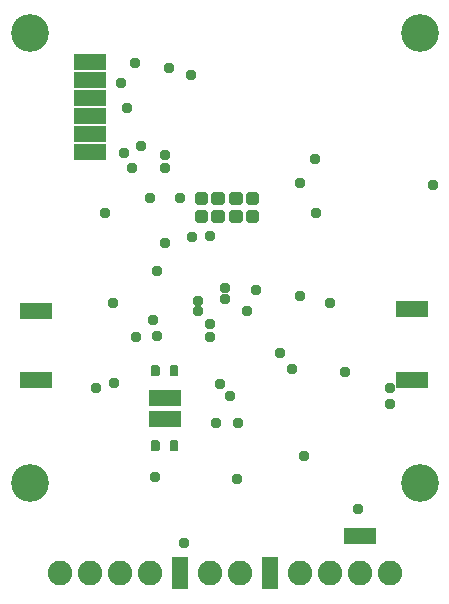
<source format=gbr>
G04 EAGLE Gerber RS-274X export*
G75*
%MOMM*%
%FSLAX34Y34*%
%LPD*%
%INSoldermask Bottom*%
%IPPOS*%
%AMOC8*
5,1,8,0,0,1.08239X$1,22.5*%
G01*
%ADD10C,3.203200*%
%ADD11R,2.743200X1.473200*%
%ADD12R,1.473200X2.743200*%
%ADD13C,0.662687*%
%ADD14C,2.082800*%
%ADD15C,0.959600*%

G36*
X187152Y338203D02*
X187152Y338203D01*
X187154Y338201D01*
X187514Y338229D01*
X187518Y338233D01*
X187522Y338230D01*
X187873Y338315D01*
X187876Y338320D01*
X187880Y338318D01*
X188213Y338456D01*
X188216Y338461D01*
X188220Y338459D01*
X188528Y338647D01*
X188530Y338653D01*
X188534Y338652D01*
X188808Y338887D01*
X188809Y338892D01*
X188813Y338892D01*
X189048Y339166D01*
X189049Y339172D01*
X189053Y339172D01*
X189241Y339480D01*
X189240Y339486D01*
X189245Y339487D01*
X189383Y339820D01*
X189381Y339826D01*
X189385Y339827D01*
X189470Y340178D01*
X189467Y340186D01*
X189471Y340190D01*
X189499Y345250D01*
X189497Y345252D01*
X189499Y345254D01*
X189471Y345614D01*
X189467Y345618D01*
X189470Y345622D01*
X189385Y345973D01*
X189380Y345976D01*
X189383Y345980D01*
X189245Y346313D01*
X189240Y346316D01*
X189241Y346320D01*
X189053Y346628D01*
X189047Y346630D01*
X189048Y346634D01*
X188813Y346908D01*
X188808Y346909D01*
X188808Y346913D01*
X188534Y347148D01*
X188528Y347149D01*
X188528Y347153D01*
X188220Y347341D01*
X188214Y347340D01*
X188213Y347345D01*
X187880Y347483D01*
X187874Y347481D01*
X187873Y347485D01*
X187522Y347570D01*
X187516Y347568D01*
X187514Y347571D01*
X187154Y347599D01*
X187151Y347598D01*
X187150Y347599D01*
X182550Y347599D01*
X182548Y347597D01*
X182546Y347599D01*
X182186Y347571D01*
X182182Y347567D01*
X182178Y347570D01*
X181827Y347485D01*
X181824Y347480D01*
X181820Y347483D01*
X181487Y347345D01*
X181484Y347340D01*
X181480Y347341D01*
X181172Y347153D01*
X181170Y347147D01*
X181166Y347148D01*
X180892Y346913D01*
X180891Y346908D01*
X180887Y346908D01*
X180652Y346634D01*
X180651Y346628D01*
X180647Y346628D01*
X180459Y346320D01*
X180460Y346314D01*
X180456Y346313D01*
X180318Y345980D01*
X180319Y345974D01*
X180315Y345973D01*
X180230Y345622D01*
X180234Y345614D01*
X180229Y345610D01*
X180201Y340550D01*
X180203Y340548D01*
X180201Y340546D01*
X180229Y340186D01*
X180233Y340182D01*
X180230Y340178D01*
X180315Y339827D01*
X180320Y339824D01*
X180318Y339820D01*
X180456Y339487D01*
X180461Y339484D01*
X180459Y339480D01*
X180647Y339172D01*
X180653Y339170D01*
X180652Y339166D01*
X180887Y338892D01*
X180892Y338891D01*
X180892Y338887D01*
X181166Y338652D01*
X181172Y338651D01*
X181172Y338647D01*
X181480Y338459D01*
X181486Y338460D01*
X181487Y338456D01*
X181820Y338318D01*
X181826Y338319D01*
X181827Y338315D01*
X182178Y338230D01*
X182184Y338233D01*
X182186Y338229D01*
X182546Y338201D01*
X182549Y338203D01*
X182550Y338201D01*
X187150Y338201D01*
X187152Y338203D01*
G37*
G36*
X216362Y338203D02*
X216362Y338203D01*
X216364Y338201D01*
X216724Y338229D01*
X216728Y338233D01*
X216732Y338230D01*
X217083Y338315D01*
X217086Y338320D01*
X217090Y338318D01*
X217423Y338456D01*
X217426Y338461D01*
X217430Y338459D01*
X217738Y338647D01*
X217740Y338653D01*
X217744Y338652D01*
X218018Y338887D01*
X218019Y338892D01*
X218023Y338892D01*
X218258Y339166D01*
X218259Y339172D01*
X218263Y339172D01*
X218451Y339480D01*
X218450Y339486D01*
X218455Y339487D01*
X218593Y339820D01*
X218591Y339826D01*
X218595Y339827D01*
X218680Y340178D01*
X218677Y340186D01*
X218681Y340190D01*
X218709Y345250D01*
X218707Y345252D01*
X218709Y345254D01*
X218681Y345614D01*
X218677Y345618D01*
X218680Y345622D01*
X218595Y345973D01*
X218590Y345976D01*
X218593Y345980D01*
X218455Y346313D01*
X218450Y346316D01*
X218451Y346320D01*
X218263Y346628D01*
X218257Y346630D01*
X218258Y346634D01*
X218023Y346908D01*
X218018Y346909D01*
X218018Y346913D01*
X217744Y347148D01*
X217738Y347149D01*
X217738Y347153D01*
X217430Y347341D01*
X217424Y347340D01*
X217423Y347345D01*
X217090Y347483D01*
X217084Y347481D01*
X217083Y347485D01*
X216732Y347570D01*
X216726Y347568D01*
X216724Y347571D01*
X216364Y347599D01*
X216361Y347598D01*
X216360Y347599D01*
X211760Y347599D01*
X211758Y347597D01*
X211756Y347599D01*
X211396Y347571D01*
X211392Y347567D01*
X211388Y347570D01*
X211037Y347485D01*
X211034Y347480D01*
X211030Y347483D01*
X210697Y347345D01*
X210694Y347340D01*
X210690Y347341D01*
X210382Y347153D01*
X210380Y347147D01*
X210376Y347148D01*
X210102Y346913D01*
X210101Y346908D01*
X210097Y346908D01*
X209862Y346634D01*
X209861Y346628D01*
X209857Y346628D01*
X209669Y346320D01*
X209670Y346314D01*
X209666Y346313D01*
X209528Y345980D01*
X209529Y345974D01*
X209525Y345973D01*
X209440Y345622D01*
X209444Y345614D01*
X209439Y345610D01*
X209411Y340550D01*
X209413Y340548D01*
X209411Y340546D01*
X209439Y340186D01*
X209443Y340182D01*
X209440Y340178D01*
X209525Y339827D01*
X209530Y339824D01*
X209528Y339820D01*
X209666Y339487D01*
X209671Y339484D01*
X209669Y339480D01*
X209857Y339172D01*
X209863Y339170D01*
X209862Y339166D01*
X210097Y338892D01*
X210102Y338891D01*
X210102Y338887D01*
X210376Y338652D01*
X210382Y338651D01*
X210382Y338647D01*
X210690Y338459D01*
X210696Y338460D01*
X210697Y338456D01*
X211030Y338318D01*
X211036Y338319D01*
X211037Y338315D01*
X211388Y338230D01*
X211394Y338233D01*
X211396Y338229D01*
X211756Y338201D01*
X211759Y338203D01*
X211760Y338201D01*
X216360Y338201D01*
X216362Y338203D01*
G37*
G36*
X202262Y338203D02*
X202262Y338203D01*
X202264Y338201D01*
X202624Y338229D01*
X202628Y338233D01*
X202632Y338230D01*
X202983Y338315D01*
X202986Y338320D01*
X202990Y338318D01*
X203323Y338456D01*
X203326Y338461D01*
X203330Y338459D01*
X203638Y338647D01*
X203640Y338653D01*
X203644Y338652D01*
X203918Y338887D01*
X203919Y338892D01*
X203923Y338892D01*
X204158Y339166D01*
X204159Y339172D01*
X204163Y339172D01*
X204351Y339480D01*
X204350Y339486D01*
X204355Y339487D01*
X204493Y339820D01*
X204491Y339826D01*
X204495Y339827D01*
X204580Y340178D01*
X204577Y340186D01*
X204581Y340190D01*
X204609Y345250D01*
X204607Y345252D01*
X204609Y345254D01*
X204581Y345614D01*
X204577Y345618D01*
X204580Y345622D01*
X204495Y345973D01*
X204490Y345976D01*
X204493Y345980D01*
X204355Y346313D01*
X204350Y346316D01*
X204351Y346320D01*
X204163Y346628D01*
X204157Y346630D01*
X204158Y346634D01*
X203923Y346908D01*
X203918Y346909D01*
X203918Y346913D01*
X203644Y347148D01*
X203638Y347149D01*
X203638Y347153D01*
X203330Y347341D01*
X203324Y347340D01*
X203323Y347345D01*
X202990Y347483D01*
X202984Y347481D01*
X202983Y347485D01*
X202632Y347570D01*
X202626Y347568D01*
X202624Y347571D01*
X202264Y347599D01*
X202261Y347598D01*
X202260Y347599D01*
X197660Y347599D01*
X197658Y347597D01*
X197656Y347599D01*
X197296Y347571D01*
X197292Y347567D01*
X197288Y347570D01*
X196937Y347485D01*
X196934Y347480D01*
X196930Y347483D01*
X196597Y347345D01*
X196594Y347340D01*
X196590Y347341D01*
X196282Y347153D01*
X196280Y347147D01*
X196276Y347148D01*
X196002Y346913D01*
X196001Y346908D01*
X195997Y346908D01*
X195762Y346634D01*
X195761Y346628D01*
X195757Y346628D01*
X195569Y346320D01*
X195570Y346314D01*
X195566Y346313D01*
X195428Y345980D01*
X195429Y345974D01*
X195425Y345973D01*
X195340Y345622D01*
X195344Y345614D01*
X195339Y345610D01*
X195311Y340550D01*
X195313Y340548D01*
X195311Y340546D01*
X195339Y340186D01*
X195343Y340182D01*
X195340Y340178D01*
X195425Y339827D01*
X195430Y339824D01*
X195428Y339820D01*
X195566Y339487D01*
X195571Y339484D01*
X195569Y339480D01*
X195757Y339172D01*
X195763Y339170D01*
X195762Y339166D01*
X195997Y338892D01*
X196002Y338891D01*
X196002Y338887D01*
X196276Y338652D01*
X196282Y338651D01*
X196282Y338647D01*
X196590Y338459D01*
X196596Y338460D01*
X196597Y338456D01*
X196930Y338318D01*
X196936Y338319D01*
X196937Y338315D01*
X197288Y338230D01*
X197294Y338233D01*
X197296Y338229D01*
X197656Y338201D01*
X197659Y338203D01*
X197660Y338201D01*
X202260Y338201D01*
X202262Y338203D01*
G37*
G36*
X173052Y338203D02*
X173052Y338203D01*
X173054Y338201D01*
X173414Y338229D01*
X173418Y338233D01*
X173422Y338230D01*
X173773Y338315D01*
X173776Y338320D01*
X173780Y338318D01*
X174113Y338456D01*
X174116Y338461D01*
X174120Y338459D01*
X174428Y338647D01*
X174430Y338653D01*
X174434Y338652D01*
X174708Y338887D01*
X174709Y338892D01*
X174713Y338892D01*
X174948Y339166D01*
X174949Y339172D01*
X174953Y339172D01*
X175141Y339480D01*
X175140Y339486D01*
X175145Y339487D01*
X175283Y339820D01*
X175281Y339826D01*
X175285Y339827D01*
X175370Y340178D01*
X175367Y340186D01*
X175371Y340190D01*
X175399Y345250D01*
X175397Y345252D01*
X175399Y345254D01*
X175371Y345614D01*
X175367Y345618D01*
X175370Y345622D01*
X175285Y345973D01*
X175280Y345976D01*
X175283Y345980D01*
X175145Y346313D01*
X175140Y346316D01*
X175141Y346320D01*
X174953Y346628D01*
X174947Y346630D01*
X174948Y346634D01*
X174713Y346908D01*
X174708Y346909D01*
X174708Y346913D01*
X174434Y347148D01*
X174428Y347149D01*
X174428Y347153D01*
X174120Y347341D01*
X174114Y347340D01*
X174113Y347345D01*
X173780Y347483D01*
X173774Y347481D01*
X173773Y347485D01*
X173422Y347570D01*
X173416Y347568D01*
X173414Y347571D01*
X173054Y347599D01*
X173051Y347598D01*
X173050Y347599D01*
X168450Y347599D01*
X168448Y347597D01*
X168446Y347599D01*
X168086Y347571D01*
X168082Y347567D01*
X168078Y347570D01*
X167727Y347485D01*
X167724Y347480D01*
X167720Y347483D01*
X167387Y347345D01*
X167384Y347340D01*
X167380Y347341D01*
X167072Y347153D01*
X167070Y347147D01*
X167066Y347148D01*
X166792Y346913D01*
X166791Y346908D01*
X166787Y346908D01*
X166552Y346634D01*
X166551Y346628D01*
X166547Y346628D01*
X166359Y346320D01*
X166360Y346314D01*
X166356Y346313D01*
X166218Y345980D01*
X166219Y345974D01*
X166215Y345973D01*
X166130Y345622D01*
X166134Y345614D01*
X166129Y345610D01*
X166101Y340550D01*
X166103Y340548D01*
X166101Y340546D01*
X166129Y340186D01*
X166133Y340182D01*
X166130Y340178D01*
X166215Y339827D01*
X166220Y339824D01*
X166218Y339820D01*
X166356Y339487D01*
X166361Y339484D01*
X166359Y339480D01*
X166547Y339172D01*
X166553Y339170D01*
X166552Y339166D01*
X166787Y338892D01*
X166792Y338891D01*
X166792Y338887D01*
X167066Y338652D01*
X167072Y338651D01*
X167072Y338647D01*
X167380Y338459D01*
X167386Y338460D01*
X167387Y338456D01*
X167720Y338318D01*
X167726Y338319D01*
X167727Y338315D01*
X168078Y338230D01*
X168084Y338233D01*
X168086Y338229D01*
X168446Y338201D01*
X168449Y338203D01*
X168450Y338201D01*
X173050Y338201D01*
X173052Y338203D01*
G37*
G36*
X216362Y322963D02*
X216362Y322963D01*
X216364Y322961D01*
X216724Y322989D01*
X216728Y322993D01*
X216732Y322990D01*
X217083Y323075D01*
X217086Y323080D01*
X217090Y323078D01*
X217423Y323216D01*
X217426Y323221D01*
X217430Y323219D01*
X217738Y323407D01*
X217740Y323413D01*
X217744Y323412D01*
X218018Y323647D01*
X218019Y323652D01*
X218023Y323652D01*
X218258Y323926D01*
X218259Y323932D01*
X218263Y323932D01*
X218451Y324240D01*
X218450Y324246D01*
X218455Y324247D01*
X218593Y324580D01*
X218591Y324586D01*
X218595Y324587D01*
X218680Y324938D01*
X218677Y324946D01*
X218681Y324950D01*
X218709Y330010D01*
X218707Y330012D01*
X218709Y330014D01*
X218681Y330374D01*
X218677Y330378D01*
X218680Y330382D01*
X218595Y330733D01*
X218590Y330736D01*
X218593Y330740D01*
X218455Y331073D01*
X218450Y331076D01*
X218451Y331080D01*
X218263Y331388D01*
X218257Y331390D01*
X218258Y331394D01*
X218023Y331668D01*
X218018Y331669D01*
X218018Y331673D01*
X217744Y331908D01*
X217738Y331909D01*
X217738Y331913D01*
X217430Y332101D01*
X217424Y332100D01*
X217423Y332105D01*
X217090Y332243D01*
X217084Y332241D01*
X217083Y332245D01*
X216732Y332330D01*
X216726Y332328D01*
X216724Y332331D01*
X216364Y332359D01*
X216361Y332358D01*
X216360Y332359D01*
X211760Y332359D01*
X211758Y332357D01*
X211756Y332359D01*
X211396Y332331D01*
X211392Y332327D01*
X211388Y332330D01*
X211037Y332245D01*
X211034Y332240D01*
X211030Y332243D01*
X210697Y332105D01*
X210694Y332100D01*
X210690Y332101D01*
X210382Y331913D01*
X210380Y331907D01*
X210376Y331908D01*
X210102Y331673D01*
X210101Y331668D01*
X210097Y331668D01*
X209862Y331394D01*
X209861Y331388D01*
X209857Y331388D01*
X209669Y331080D01*
X209670Y331074D01*
X209666Y331073D01*
X209528Y330740D01*
X209529Y330734D01*
X209525Y330733D01*
X209440Y330382D01*
X209444Y330374D01*
X209439Y330370D01*
X209411Y325310D01*
X209413Y325308D01*
X209411Y325306D01*
X209439Y324946D01*
X209443Y324942D01*
X209440Y324938D01*
X209525Y324587D01*
X209530Y324584D01*
X209528Y324580D01*
X209666Y324247D01*
X209671Y324244D01*
X209669Y324240D01*
X209857Y323932D01*
X209863Y323930D01*
X209862Y323926D01*
X210097Y323652D01*
X210102Y323651D01*
X210102Y323647D01*
X210376Y323412D01*
X210382Y323411D01*
X210382Y323407D01*
X210690Y323219D01*
X210696Y323220D01*
X210697Y323216D01*
X211030Y323078D01*
X211036Y323079D01*
X211037Y323075D01*
X211388Y322990D01*
X211394Y322993D01*
X211396Y322989D01*
X211756Y322961D01*
X211759Y322963D01*
X211760Y322961D01*
X216360Y322961D01*
X216362Y322963D01*
G37*
G36*
X173052Y322963D02*
X173052Y322963D01*
X173054Y322961D01*
X173414Y322989D01*
X173418Y322993D01*
X173422Y322990D01*
X173773Y323075D01*
X173776Y323080D01*
X173780Y323078D01*
X174113Y323216D01*
X174116Y323221D01*
X174120Y323219D01*
X174428Y323407D01*
X174430Y323413D01*
X174434Y323412D01*
X174708Y323647D01*
X174709Y323652D01*
X174713Y323652D01*
X174948Y323926D01*
X174949Y323932D01*
X174953Y323932D01*
X175141Y324240D01*
X175140Y324246D01*
X175145Y324247D01*
X175283Y324580D01*
X175281Y324586D01*
X175285Y324587D01*
X175370Y324938D01*
X175367Y324946D01*
X175371Y324950D01*
X175399Y330010D01*
X175397Y330012D01*
X175399Y330014D01*
X175371Y330374D01*
X175367Y330378D01*
X175370Y330382D01*
X175285Y330733D01*
X175280Y330736D01*
X175283Y330740D01*
X175145Y331073D01*
X175140Y331076D01*
X175141Y331080D01*
X174953Y331388D01*
X174947Y331390D01*
X174948Y331394D01*
X174713Y331668D01*
X174708Y331669D01*
X174708Y331673D01*
X174434Y331908D01*
X174428Y331909D01*
X174428Y331913D01*
X174120Y332101D01*
X174114Y332100D01*
X174113Y332105D01*
X173780Y332243D01*
X173774Y332241D01*
X173773Y332245D01*
X173422Y332330D01*
X173416Y332328D01*
X173414Y332331D01*
X173054Y332359D01*
X173051Y332358D01*
X173050Y332359D01*
X168450Y332359D01*
X168448Y332357D01*
X168446Y332359D01*
X168086Y332331D01*
X168082Y332327D01*
X168078Y332330D01*
X167727Y332245D01*
X167724Y332240D01*
X167720Y332243D01*
X167387Y332105D01*
X167384Y332100D01*
X167380Y332101D01*
X167072Y331913D01*
X167070Y331907D01*
X167066Y331908D01*
X166792Y331673D01*
X166791Y331668D01*
X166787Y331668D01*
X166552Y331394D01*
X166551Y331388D01*
X166547Y331388D01*
X166359Y331080D01*
X166360Y331074D01*
X166356Y331073D01*
X166218Y330740D01*
X166219Y330734D01*
X166215Y330733D01*
X166130Y330382D01*
X166134Y330374D01*
X166129Y330370D01*
X166101Y325310D01*
X166103Y325308D01*
X166101Y325306D01*
X166129Y324946D01*
X166133Y324942D01*
X166130Y324938D01*
X166215Y324587D01*
X166220Y324584D01*
X166218Y324580D01*
X166356Y324247D01*
X166361Y324244D01*
X166359Y324240D01*
X166547Y323932D01*
X166553Y323930D01*
X166552Y323926D01*
X166787Y323652D01*
X166792Y323651D01*
X166792Y323647D01*
X167066Y323412D01*
X167072Y323411D01*
X167072Y323407D01*
X167380Y323219D01*
X167386Y323220D01*
X167387Y323216D01*
X167720Y323078D01*
X167726Y323079D01*
X167727Y323075D01*
X168078Y322990D01*
X168084Y322993D01*
X168086Y322989D01*
X168446Y322961D01*
X168449Y322963D01*
X168450Y322961D01*
X173050Y322961D01*
X173052Y322963D01*
G37*
G36*
X187152Y322963D02*
X187152Y322963D01*
X187154Y322961D01*
X187514Y322989D01*
X187518Y322993D01*
X187522Y322990D01*
X187873Y323075D01*
X187876Y323080D01*
X187880Y323078D01*
X188213Y323216D01*
X188216Y323221D01*
X188220Y323219D01*
X188528Y323407D01*
X188530Y323413D01*
X188534Y323412D01*
X188808Y323647D01*
X188809Y323652D01*
X188813Y323652D01*
X189048Y323926D01*
X189049Y323932D01*
X189053Y323932D01*
X189241Y324240D01*
X189240Y324246D01*
X189245Y324247D01*
X189383Y324580D01*
X189381Y324586D01*
X189385Y324587D01*
X189470Y324938D01*
X189467Y324946D01*
X189471Y324950D01*
X189499Y330010D01*
X189497Y330012D01*
X189499Y330014D01*
X189471Y330374D01*
X189467Y330378D01*
X189470Y330382D01*
X189385Y330733D01*
X189380Y330736D01*
X189383Y330740D01*
X189245Y331073D01*
X189240Y331076D01*
X189241Y331080D01*
X189053Y331388D01*
X189047Y331390D01*
X189048Y331394D01*
X188813Y331668D01*
X188808Y331669D01*
X188808Y331673D01*
X188534Y331908D01*
X188528Y331909D01*
X188528Y331913D01*
X188220Y332101D01*
X188214Y332100D01*
X188213Y332105D01*
X187880Y332243D01*
X187874Y332241D01*
X187873Y332245D01*
X187522Y332330D01*
X187516Y332328D01*
X187514Y332331D01*
X187154Y332359D01*
X187151Y332358D01*
X187150Y332359D01*
X182550Y332359D01*
X182548Y332357D01*
X182546Y332359D01*
X182186Y332331D01*
X182182Y332327D01*
X182178Y332330D01*
X181827Y332245D01*
X181824Y332240D01*
X181820Y332243D01*
X181487Y332105D01*
X181484Y332100D01*
X181480Y332101D01*
X181172Y331913D01*
X181170Y331907D01*
X181166Y331908D01*
X180892Y331673D01*
X180891Y331668D01*
X180887Y331668D01*
X180652Y331394D01*
X180651Y331388D01*
X180647Y331388D01*
X180459Y331080D01*
X180460Y331074D01*
X180456Y331073D01*
X180318Y330740D01*
X180319Y330734D01*
X180315Y330733D01*
X180230Y330382D01*
X180234Y330374D01*
X180229Y330370D01*
X180201Y325310D01*
X180203Y325308D01*
X180201Y325306D01*
X180229Y324946D01*
X180233Y324942D01*
X180230Y324938D01*
X180315Y324587D01*
X180320Y324584D01*
X180318Y324580D01*
X180456Y324247D01*
X180461Y324244D01*
X180459Y324240D01*
X180647Y323932D01*
X180653Y323930D01*
X180652Y323926D01*
X180887Y323652D01*
X180892Y323651D01*
X180892Y323647D01*
X181166Y323412D01*
X181172Y323411D01*
X181172Y323407D01*
X181480Y323219D01*
X181486Y323220D01*
X181487Y323216D01*
X181820Y323078D01*
X181826Y323079D01*
X181827Y323075D01*
X182178Y322990D01*
X182184Y322993D01*
X182186Y322989D01*
X182546Y322961D01*
X182549Y322963D01*
X182550Y322961D01*
X187150Y322961D01*
X187152Y322963D01*
G37*
G36*
X202262Y322963D02*
X202262Y322963D01*
X202264Y322961D01*
X202624Y322989D01*
X202628Y322993D01*
X202632Y322990D01*
X202983Y323075D01*
X202986Y323080D01*
X202990Y323078D01*
X203323Y323216D01*
X203326Y323221D01*
X203330Y323219D01*
X203638Y323407D01*
X203640Y323413D01*
X203644Y323412D01*
X203918Y323647D01*
X203919Y323652D01*
X203923Y323652D01*
X204158Y323926D01*
X204159Y323932D01*
X204163Y323932D01*
X204351Y324240D01*
X204350Y324246D01*
X204355Y324247D01*
X204493Y324580D01*
X204491Y324586D01*
X204495Y324587D01*
X204580Y324938D01*
X204577Y324946D01*
X204581Y324950D01*
X204609Y330010D01*
X204607Y330012D01*
X204609Y330014D01*
X204581Y330374D01*
X204577Y330378D01*
X204580Y330382D01*
X204495Y330733D01*
X204490Y330736D01*
X204493Y330740D01*
X204355Y331073D01*
X204350Y331076D01*
X204351Y331080D01*
X204163Y331388D01*
X204157Y331390D01*
X204158Y331394D01*
X203923Y331668D01*
X203918Y331669D01*
X203918Y331673D01*
X203644Y331908D01*
X203638Y331909D01*
X203638Y331913D01*
X203330Y332101D01*
X203324Y332100D01*
X203323Y332105D01*
X202990Y332243D01*
X202984Y332241D01*
X202983Y332245D01*
X202632Y332330D01*
X202626Y332328D01*
X202624Y332331D01*
X202264Y332359D01*
X202261Y332358D01*
X202260Y332359D01*
X197660Y332359D01*
X197658Y332357D01*
X197656Y332359D01*
X197296Y332331D01*
X197292Y332327D01*
X197288Y332330D01*
X196937Y332245D01*
X196934Y332240D01*
X196930Y332243D01*
X196597Y332105D01*
X196594Y332100D01*
X196590Y332101D01*
X196282Y331913D01*
X196280Y331907D01*
X196276Y331908D01*
X196002Y331673D01*
X196001Y331668D01*
X195997Y331668D01*
X195762Y331394D01*
X195761Y331388D01*
X195757Y331388D01*
X195569Y331080D01*
X195570Y331074D01*
X195566Y331073D01*
X195428Y330740D01*
X195429Y330734D01*
X195425Y330733D01*
X195340Y330382D01*
X195344Y330374D01*
X195339Y330370D01*
X195311Y325310D01*
X195313Y325308D01*
X195311Y325306D01*
X195339Y324946D01*
X195343Y324942D01*
X195340Y324938D01*
X195425Y324587D01*
X195430Y324584D01*
X195428Y324580D01*
X195566Y324247D01*
X195571Y324244D01*
X195569Y324240D01*
X195757Y323932D01*
X195763Y323930D01*
X195762Y323926D01*
X195997Y323652D01*
X196002Y323651D01*
X196002Y323647D01*
X196276Y323412D01*
X196282Y323411D01*
X196282Y323407D01*
X196590Y323219D01*
X196596Y323220D01*
X196597Y323216D01*
X196930Y323078D01*
X196936Y323079D01*
X196937Y323075D01*
X197288Y322990D01*
X197294Y322993D01*
X197296Y322989D01*
X197656Y322961D01*
X197659Y322963D01*
X197660Y322961D01*
X202260Y322961D01*
X202262Y322963D01*
G37*
G36*
X149452Y192153D02*
X149452Y192153D01*
X149454Y192151D01*
X149751Y192174D01*
X149755Y192178D01*
X149759Y192175D01*
X150049Y192245D01*
X150052Y192250D01*
X150056Y192247D01*
X150332Y192361D01*
X150335Y192367D01*
X150339Y192365D01*
X150593Y192521D01*
X150595Y192526D01*
X150599Y192525D01*
X150826Y192718D01*
X150827Y192724D01*
X150832Y192724D01*
X151025Y192951D01*
X151025Y192957D01*
X151029Y192957D01*
X151185Y193211D01*
X151184Y193217D01*
X151189Y193218D01*
X151303Y193494D01*
X151301Y193500D01*
X151305Y193501D01*
X151375Y193791D01*
X151371Y193799D01*
X151376Y193803D01*
X151399Y199600D01*
X151397Y199602D01*
X151399Y199604D01*
X151376Y199901D01*
X151372Y199905D01*
X151375Y199909D01*
X151305Y200199D01*
X151300Y200202D01*
X151303Y200206D01*
X151189Y200482D01*
X151183Y200485D01*
X151185Y200489D01*
X151029Y200743D01*
X151024Y200745D01*
X151025Y200749D01*
X150832Y200976D01*
X150826Y200977D01*
X150826Y200982D01*
X150599Y201175D01*
X150593Y201175D01*
X150593Y201179D01*
X150339Y201335D01*
X150333Y201334D01*
X150332Y201339D01*
X150056Y201453D01*
X150050Y201451D01*
X150049Y201455D01*
X149759Y201525D01*
X149753Y201523D01*
X149751Y201526D01*
X149454Y201549D01*
X149451Y201548D01*
X149450Y201549D01*
X145850Y201549D01*
X145848Y201547D01*
X145846Y201549D01*
X145549Y201526D01*
X145545Y201522D01*
X145541Y201525D01*
X145251Y201455D01*
X145248Y201450D01*
X145244Y201453D01*
X144968Y201339D01*
X144965Y201333D01*
X144961Y201335D01*
X144707Y201179D01*
X144705Y201174D01*
X144701Y201175D01*
X144474Y200982D01*
X144473Y200976D01*
X144468Y200976D01*
X144275Y200749D01*
X144275Y200743D01*
X144271Y200743D01*
X144115Y200489D01*
X144116Y200483D01*
X144111Y200482D01*
X143997Y200206D01*
X143999Y200200D01*
X143995Y200199D01*
X143925Y199909D01*
X143929Y199901D01*
X143924Y199897D01*
X143901Y194100D01*
X143903Y194098D01*
X143901Y194096D01*
X143924Y193799D01*
X143928Y193795D01*
X143925Y193791D01*
X143995Y193501D01*
X144000Y193498D01*
X143997Y193494D01*
X144111Y193218D01*
X144117Y193215D01*
X144115Y193211D01*
X144271Y192957D01*
X144276Y192955D01*
X144275Y192951D01*
X144468Y192724D01*
X144474Y192723D01*
X144474Y192718D01*
X144701Y192525D01*
X144707Y192525D01*
X144707Y192521D01*
X144961Y192365D01*
X144967Y192366D01*
X144968Y192361D01*
X145244Y192247D01*
X145250Y192249D01*
X145251Y192245D01*
X145541Y192175D01*
X145547Y192178D01*
X145549Y192174D01*
X145846Y192151D01*
X145849Y192153D01*
X145850Y192151D01*
X149450Y192151D01*
X149452Y192153D01*
G37*
G36*
X133552Y192153D02*
X133552Y192153D01*
X133554Y192151D01*
X133851Y192174D01*
X133855Y192178D01*
X133859Y192175D01*
X134149Y192245D01*
X134152Y192250D01*
X134156Y192247D01*
X134432Y192361D01*
X134435Y192367D01*
X134439Y192365D01*
X134693Y192521D01*
X134695Y192526D01*
X134699Y192525D01*
X134926Y192718D01*
X134927Y192724D01*
X134932Y192724D01*
X135125Y192951D01*
X135125Y192957D01*
X135129Y192957D01*
X135285Y193211D01*
X135284Y193217D01*
X135289Y193218D01*
X135403Y193494D01*
X135401Y193500D01*
X135405Y193501D01*
X135475Y193791D01*
X135471Y193799D01*
X135476Y193803D01*
X135499Y199600D01*
X135497Y199602D01*
X135499Y199604D01*
X135476Y199901D01*
X135472Y199905D01*
X135475Y199909D01*
X135405Y200199D01*
X135400Y200202D01*
X135403Y200206D01*
X135289Y200482D01*
X135283Y200485D01*
X135285Y200489D01*
X135129Y200743D01*
X135124Y200745D01*
X135125Y200749D01*
X134932Y200976D01*
X134926Y200977D01*
X134926Y200982D01*
X134699Y201175D01*
X134693Y201175D01*
X134693Y201179D01*
X134439Y201335D01*
X134433Y201334D01*
X134432Y201339D01*
X134156Y201453D01*
X134150Y201451D01*
X134149Y201455D01*
X133859Y201525D01*
X133853Y201523D01*
X133851Y201526D01*
X133554Y201549D01*
X133551Y201548D01*
X133550Y201549D01*
X129950Y201549D01*
X129948Y201547D01*
X129946Y201549D01*
X129649Y201526D01*
X129645Y201522D01*
X129641Y201525D01*
X129351Y201455D01*
X129348Y201450D01*
X129344Y201453D01*
X129068Y201339D01*
X129065Y201333D01*
X129061Y201335D01*
X128807Y201179D01*
X128805Y201174D01*
X128801Y201175D01*
X128574Y200982D01*
X128573Y200976D01*
X128568Y200976D01*
X128375Y200749D01*
X128375Y200743D01*
X128371Y200743D01*
X128215Y200489D01*
X128216Y200483D01*
X128211Y200482D01*
X128097Y200206D01*
X128099Y200200D01*
X128095Y200199D01*
X128025Y199909D01*
X128029Y199901D01*
X128024Y199897D01*
X128001Y194100D01*
X128003Y194098D01*
X128001Y194096D01*
X128024Y193799D01*
X128028Y193795D01*
X128025Y193791D01*
X128095Y193501D01*
X128100Y193498D01*
X128097Y193494D01*
X128211Y193218D01*
X128217Y193215D01*
X128215Y193211D01*
X128371Y192957D01*
X128376Y192955D01*
X128375Y192951D01*
X128568Y192724D01*
X128574Y192723D01*
X128574Y192718D01*
X128801Y192525D01*
X128807Y192525D01*
X128807Y192521D01*
X129061Y192365D01*
X129067Y192366D01*
X129068Y192361D01*
X129344Y192247D01*
X129350Y192249D01*
X129351Y192245D01*
X129641Y192175D01*
X129647Y192178D01*
X129649Y192174D01*
X129946Y192151D01*
X129949Y192153D01*
X129950Y192151D01*
X133550Y192151D01*
X133552Y192153D01*
G37*
G36*
X149452Y128653D02*
X149452Y128653D01*
X149454Y128651D01*
X149751Y128674D01*
X149755Y128678D01*
X149759Y128675D01*
X150049Y128745D01*
X150052Y128750D01*
X150056Y128747D01*
X150332Y128861D01*
X150335Y128867D01*
X150339Y128865D01*
X150593Y129021D01*
X150595Y129026D01*
X150599Y129025D01*
X150826Y129218D01*
X150827Y129224D01*
X150832Y129224D01*
X151025Y129451D01*
X151025Y129457D01*
X151029Y129457D01*
X151185Y129711D01*
X151184Y129717D01*
X151189Y129718D01*
X151303Y129994D01*
X151301Y130000D01*
X151305Y130001D01*
X151375Y130291D01*
X151371Y130299D01*
X151376Y130303D01*
X151399Y136100D01*
X151397Y136102D01*
X151399Y136104D01*
X151376Y136401D01*
X151372Y136405D01*
X151375Y136409D01*
X151305Y136699D01*
X151300Y136702D01*
X151303Y136706D01*
X151189Y136982D01*
X151183Y136985D01*
X151185Y136989D01*
X151029Y137243D01*
X151024Y137245D01*
X151025Y137249D01*
X150832Y137476D01*
X150826Y137477D01*
X150826Y137482D01*
X150599Y137675D01*
X150593Y137675D01*
X150593Y137679D01*
X150339Y137835D01*
X150333Y137834D01*
X150332Y137839D01*
X150056Y137953D01*
X150050Y137951D01*
X150049Y137955D01*
X149759Y138025D01*
X149753Y138023D01*
X149751Y138026D01*
X149454Y138049D01*
X149451Y138048D01*
X149450Y138049D01*
X145850Y138049D01*
X145848Y138047D01*
X145846Y138049D01*
X145549Y138026D01*
X145545Y138022D01*
X145541Y138025D01*
X145251Y137955D01*
X145248Y137950D01*
X145244Y137953D01*
X144968Y137839D01*
X144965Y137833D01*
X144961Y137835D01*
X144707Y137679D01*
X144705Y137674D01*
X144701Y137675D01*
X144474Y137482D01*
X144473Y137476D01*
X144468Y137476D01*
X144275Y137249D01*
X144275Y137243D01*
X144271Y137243D01*
X144115Y136989D01*
X144116Y136983D01*
X144111Y136982D01*
X143997Y136706D01*
X143999Y136700D01*
X143995Y136699D01*
X143925Y136409D01*
X143929Y136401D01*
X143924Y136397D01*
X143901Y130600D01*
X143903Y130598D01*
X143901Y130596D01*
X143924Y130299D01*
X143928Y130295D01*
X143925Y130291D01*
X143995Y130001D01*
X144000Y129998D01*
X143997Y129994D01*
X144111Y129718D01*
X144117Y129715D01*
X144115Y129711D01*
X144271Y129457D01*
X144276Y129455D01*
X144275Y129451D01*
X144468Y129224D01*
X144474Y129223D01*
X144474Y129218D01*
X144701Y129025D01*
X144707Y129025D01*
X144707Y129021D01*
X144961Y128865D01*
X144967Y128866D01*
X144968Y128861D01*
X145244Y128747D01*
X145250Y128749D01*
X145251Y128745D01*
X145541Y128675D01*
X145547Y128678D01*
X145549Y128674D01*
X145846Y128651D01*
X145849Y128653D01*
X145850Y128651D01*
X149450Y128651D01*
X149452Y128653D01*
G37*
G36*
X133552Y128653D02*
X133552Y128653D01*
X133554Y128651D01*
X133851Y128674D01*
X133855Y128678D01*
X133859Y128675D01*
X134149Y128745D01*
X134152Y128750D01*
X134156Y128747D01*
X134432Y128861D01*
X134435Y128867D01*
X134439Y128865D01*
X134693Y129021D01*
X134695Y129026D01*
X134699Y129025D01*
X134926Y129218D01*
X134927Y129224D01*
X134932Y129224D01*
X135125Y129451D01*
X135125Y129457D01*
X135129Y129457D01*
X135285Y129711D01*
X135284Y129717D01*
X135289Y129718D01*
X135403Y129994D01*
X135401Y130000D01*
X135405Y130001D01*
X135475Y130291D01*
X135471Y130299D01*
X135476Y130303D01*
X135499Y136100D01*
X135497Y136102D01*
X135499Y136104D01*
X135476Y136401D01*
X135472Y136405D01*
X135475Y136409D01*
X135405Y136699D01*
X135400Y136702D01*
X135403Y136706D01*
X135289Y136982D01*
X135283Y136985D01*
X135285Y136989D01*
X135129Y137243D01*
X135124Y137245D01*
X135125Y137249D01*
X134932Y137476D01*
X134926Y137477D01*
X134926Y137482D01*
X134699Y137675D01*
X134693Y137675D01*
X134693Y137679D01*
X134439Y137835D01*
X134433Y137834D01*
X134432Y137839D01*
X134156Y137953D01*
X134150Y137951D01*
X134149Y137955D01*
X133859Y138025D01*
X133853Y138023D01*
X133851Y138026D01*
X133554Y138049D01*
X133551Y138048D01*
X133550Y138049D01*
X129950Y138049D01*
X129948Y138047D01*
X129946Y138049D01*
X129649Y138026D01*
X129645Y138022D01*
X129641Y138025D01*
X129351Y137955D01*
X129348Y137950D01*
X129344Y137953D01*
X129068Y137839D01*
X129065Y137833D01*
X129061Y137835D01*
X128807Y137679D01*
X128805Y137674D01*
X128801Y137675D01*
X128574Y137482D01*
X128573Y137476D01*
X128568Y137476D01*
X128375Y137249D01*
X128375Y137243D01*
X128371Y137243D01*
X128215Y136989D01*
X128216Y136983D01*
X128211Y136982D01*
X128097Y136706D01*
X128099Y136700D01*
X128095Y136699D01*
X128025Y136409D01*
X128029Y136401D01*
X128024Y136397D01*
X128001Y130600D01*
X128003Y130598D01*
X128001Y130596D01*
X128024Y130299D01*
X128028Y130295D01*
X128025Y130291D01*
X128095Y130001D01*
X128100Y129998D01*
X128097Y129994D01*
X128211Y129718D01*
X128217Y129715D01*
X128215Y129711D01*
X128371Y129457D01*
X128376Y129455D01*
X128375Y129451D01*
X128568Y129224D01*
X128574Y129223D01*
X128574Y129218D01*
X128801Y129025D01*
X128807Y129025D01*
X128807Y129021D01*
X129061Y128865D01*
X129067Y128866D01*
X129068Y128861D01*
X129344Y128747D01*
X129350Y128749D01*
X129351Y128745D01*
X129641Y128675D01*
X129647Y128678D01*
X129649Y128674D01*
X129946Y128651D01*
X129949Y128653D01*
X129950Y128651D01*
X133550Y128651D01*
X133552Y128653D01*
G37*
D10*
X25400Y101600D03*
X355600Y482600D03*
X25400Y482600D03*
X355600Y101600D03*
D11*
X349250Y189230D03*
X76200Y458470D03*
X76200Y443230D03*
X76200Y412750D03*
X76200Y397510D03*
X76200Y382270D03*
D12*
X152400Y25400D03*
X228600Y25400D03*
D11*
X304800Y57150D03*
X76200Y427990D03*
X139700Y156210D03*
X139700Y173990D03*
X30480Y247650D03*
X30480Y189230D03*
X349250Y248920D03*
D13*
X202263Y330013D02*
X197657Y330013D01*
X202263Y330013D02*
X202263Y325307D01*
X197657Y325307D01*
X197657Y330013D01*
X211757Y325307D02*
X216363Y325307D01*
X211757Y325307D02*
X211757Y330013D01*
X216363Y330013D01*
X216363Y325307D01*
X202263Y345253D02*
X197657Y345253D01*
X202263Y345253D02*
X202263Y340547D01*
X197657Y340547D01*
X197657Y345253D01*
X211757Y340547D02*
X216363Y340547D01*
X211757Y340547D02*
X211757Y345253D01*
X216363Y345253D01*
X216363Y340547D01*
X187153Y325307D02*
X182547Y325307D01*
X182547Y330013D01*
X187153Y330013D01*
X187153Y325307D01*
X173053Y330013D02*
X168447Y330013D01*
X173053Y330013D02*
X173053Y325307D01*
X168447Y325307D01*
X168447Y330013D01*
X182547Y340547D02*
X187153Y340547D01*
X182547Y340547D02*
X182547Y345253D01*
X187153Y345253D01*
X187153Y340547D01*
X173053Y345253D02*
X168447Y345253D01*
X173053Y345253D02*
X173053Y340547D01*
X168447Y340547D01*
X168447Y345253D01*
D14*
X127000Y25400D03*
X101600Y25400D03*
X76200Y25400D03*
X50800Y25400D03*
X254000Y25400D03*
X279400Y25400D03*
X304800Y25400D03*
X330200Y25400D03*
X177800Y25400D03*
X203200Y25400D03*
D15*
X237490Y212090D03*
X217479Y265121D03*
X133350Y226500D03*
X163000Y309880D03*
X266700Y375920D03*
X139700Y379730D03*
X143816Y453390D03*
X161740Y447040D03*
X81458Y182654D03*
X131510Y106680D03*
X200700Y105410D03*
X367058Y354330D03*
X257810Y124460D03*
X156210Y50800D03*
X152400Y342900D03*
X129540Y240030D03*
X115796Y225454D03*
X177800Y310924D03*
X330200Y168910D03*
X330200Y182654D03*
X177800Y236500D03*
X177800Y225306D03*
X247650Y198120D03*
X267970Y330200D03*
X254000Y260350D03*
X254000Y355600D03*
X292100Y195580D03*
X279400Y254000D03*
X190500Y257841D03*
X96520Y186690D03*
X190500Y266929D03*
X96327Y254193D03*
X127000Y342900D03*
X114300Y457200D03*
X119380Y387350D03*
X107950Y419406D03*
X111986Y368300D03*
X104930Y381000D03*
X167640Y256289D03*
X167640Y247201D03*
X182880Y152400D03*
X201930Y152400D03*
X195150Y175690D03*
X186424Y185564D03*
X133576Y281500D03*
X88900Y330200D03*
X139700Y304800D03*
X139700Y368300D03*
X209550Y247650D03*
X303530Y80010D03*
X102870Y440690D03*
M02*

</source>
